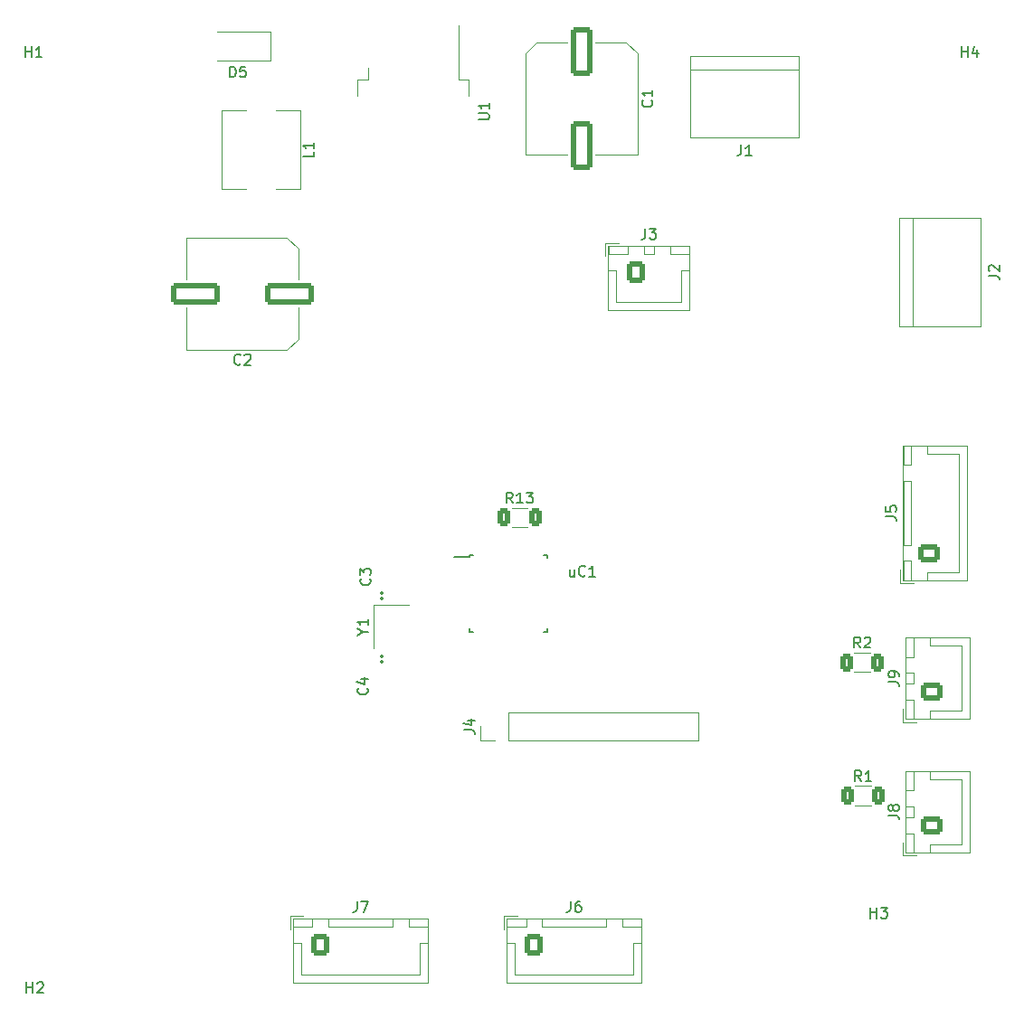
<source format=gbr>
%TF.GenerationSoftware,KiCad,Pcbnew,6.0.11-2627ca5db0~126~ubuntu22.04.1*%
%TF.CreationDate,2023-04-10T19:38:19+02:00*%
%TF.ProjectId,Slicor_carte_v_rin,536c6963-6f72-45f6-9361-7274655f76e9,rev?*%
%TF.SameCoordinates,Original*%
%TF.FileFunction,Legend,Top*%
%TF.FilePolarity,Positive*%
%FSLAX46Y46*%
G04 Gerber Fmt 4.6, Leading zero omitted, Abs format (unit mm)*
G04 Created by KiCad (PCBNEW 6.0.11-2627ca5db0~126~ubuntu22.04.1) date 2023-04-10 19:38:19*
%MOMM*%
%LPD*%
G01*
G04 APERTURE LIST*
G04 Aperture macros list*
%AMRoundRect*
0 Rectangle with rounded corners*
0 $1 Rounding radius*
0 $2 $3 $4 $5 $6 $7 $8 $9 X,Y pos of 4 corners*
0 Add a 4 corners polygon primitive as box body*
4,1,4,$2,$3,$4,$5,$6,$7,$8,$9,$2,$3,0*
0 Add four circle primitives for the rounded corners*
1,1,$1+$1,$2,$3*
1,1,$1+$1,$4,$5*
1,1,$1+$1,$6,$7*
1,1,$1+$1,$8,$9*
0 Add four rect primitives between the rounded corners*
20,1,$1+$1,$2,$3,$4,$5,0*
20,1,$1+$1,$4,$5,$6,$7,0*
20,1,$1+$1,$6,$7,$8,$9,0*
20,1,$1+$1,$8,$9,$2,$3,0*%
G04 Aperture macros list end*
%ADD10C,0.150000*%
%ADD11C,0.120000*%
%ADD12RoundRect,0.250000X-0.312500X-0.625000X0.312500X-0.625000X0.312500X0.625000X-0.312500X0.625000X0*%
%ADD13RoundRect,0.250000X0.750000X-0.600000X0.750000X0.600000X-0.750000X0.600000X-0.750000X-0.600000X0*%
%ADD14O,2.000000X1.700000*%
%ADD15R,1.200000X1.400000*%
%ADD16RoundRect,0.250000X0.725000X-0.600000X0.725000X0.600000X-0.725000X0.600000X-0.725000X-0.600000X0*%
%ADD17O,1.950000X1.700000*%
%ADD18RoundRect,0.250001X2.049999X0.799999X-2.049999X0.799999X-2.049999X-0.799999X2.049999X-0.799999X0*%
%ADD19C,0.900000*%
%ADD20C,8.000000*%
%ADD21RoundRect,0.250001X-0.799999X2.049999X-0.799999X-2.049999X0.799999X-2.049999X0.799999X2.049999X0*%
%ADD22R,1.600000X0.550000*%
%ADD23R,0.550000X1.600000*%
%ADD24R,3.000000X3.000000*%
%ADD25C,3.000000*%
%ADD26RoundRect,0.250000X-0.600000X-0.750000X0.600000X-0.750000X0.600000X0.750000X-0.600000X0.750000X0*%
%ADD27O,1.700000X2.000000*%
%ADD28RoundRect,0.250000X-0.600000X-0.725000X0.600000X-0.725000X0.600000X0.725000X-0.600000X0.725000X0*%
%ADD29O,1.700000X1.950000*%
%ADD30RoundRect,0.075000X-0.075000X0.125000X-0.075000X-0.125000X0.075000X-0.125000X0.075000X0.125000X0*%
%ADD31R,1.100000X4.600000*%
%ADD32R,10.800000X9.400000*%
%ADD33RoundRect,0.075000X0.075000X-0.125000X0.075000X0.125000X-0.075000X0.125000X-0.075000X-0.125000X0*%
%ADD34R,1.400000X2.100000*%
%ADD35R,1.700000X1.700000*%
%ADD36O,1.700000X1.700000*%
%ADD37R,2.200000X1.500000*%
G04 APERTURE END LIST*
D10*
%TO.C,R2*%
X133283333Y-111632380D02*
X132950000Y-111156190D01*
X132711904Y-111632380D02*
X132711904Y-110632380D01*
X133092857Y-110632380D01*
X133188095Y-110680000D01*
X133235714Y-110727619D01*
X133283333Y-110822857D01*
X133283333Y-110965714D01*
X133235714Y-111060952D01*
X133188095Y-111108571D01*
X133092857Y-111156190D01*
X132711904Y-111156190D01*
X133664285Y-110727619D02*
X133711904Y-110680000D01*
X133807142Y-110632380D01*
X134045238Y-110632380D01*
X134140476Y-110680000D01*
X134188095Y-110727619D01*
X134235714Y-110822857D01*
X134235714Y-110918095D01*
X134188095Y-111060952D01*
X133616666Y-111632380D01*
X134235714Y-111632380D01*
%TO.C,R1*%
X133370833Y-124132380D02*
X133037500Y-123656190D01*
X132799404Y-124132380D02*
X132799404Y-123132380D01*
X133180357Y-123132380D01*
X133275595Y-123180000D01*
X133323214Y-123227619D01*
X133370833Y-123322857D01*
X133370833Y-123465714D01*
X133323214Y-123560952D01*
X133275595Y-123608571D01*
X133180357Y-123656190D01*
X132799404Y-123656190D01*
X134323214Y-124132380D02*
X133751785Y-124132380D01*
X134037500Y-124132380D02*
X134037500Y-123132380D01*
X133942261Y-123275238D01*
X133847023Y-123370476D01*
X133751785Y-123418095D01*
%TO.C,J9*%
X135902380Y-114833333D02*
X136616666Y-114833333D01*
X136759523Y-114880952D01*
X136854761Y-114976190D01*
X136902380Y-115119047D01*
X136902380Y-115214285D01*
X136902380Y-114309523D02*
X136902380Y-114119047D01*
X136854761Y-114023809D01*
X136807142Y-113976190D01*
X136664285Y-113880952D01*
X136473809Y-113833333D01*
X136092857Y-113833333D01*
X135997619Y-113880952D01*
X135950000Y-113928571D01*
X135902380Y-114023809D01*
X135902380Y-114214285D01*
X135950000Y-114309523D01*
X135997619Y-114357142D01*
X136092857Y-114404761D01*
X136330952Y-114404761D01*
X136426190Y-114357142D01*
X136473809Y-114309523D01*
X136521428Y-114214285D01*
X136521428Y-114023809D01*
X136473809Y-113928571D01*
X136426190Y-113880952D01*
X136330952Y-113833333D01*
%TO.C,J8*%
X135902380Y-127333333D02*
X136616666Y-127333333D01*
X136759523Y-127380952D01*
X136854761Y-127476190D01*
X136902380Y-127619047D01*
X136902380Y-127714285D01*
X136330952Y-126714285D02*
X136283333Y-126809523D01*
X136235714Y-126857142D01*
X136140476Y-126904761D01*
X136092857Y-126904761D01*
X135997619Y-126857142D01*
X135950000Y-126809523D01*
X135902380Y-126714285D01*
X135902380Y-126523809D01*
X135950000Y-126428571D01*
X135997619Y-126380952D01*
X136092857Y-126333333D01*
X136140476Y-126333333D01*
X136235714Y-126380952D01*
X136283333Y-126428571D01*
X136330952Y-126523809D01*
X136330952Y-126714285D01*
X136378571Y-126809523D01*
X136426190Y-126857142D01*
X136521428Y-126904761D01*
X136711904Y-126904761D01*
X136807142Y-126857142D01*
X136854761Y-126809523D01*
X136902380Y-126714285D01*
X136902380Y-126523809D01*
X136854761Y-126428571D01*
X136807142Y-126380952D01*
X136711904Y-126333333D01*
X136521428Y-126333333D01*
X136426190Y-126380952D01*
X136378571Y-126428571D01*
X136330952Y-126523809D01*
%TO.C,Y1*%
X86726190Y-110126190D02*
X87202380Y-110126190D01*
X86202380Y-110459523D02*
X86726190Y-110126190D01*
X86202380Y-109792857D01*
X87202380Y-108935714D02*
X87202380Y-109507142D01*
X87202380Y-109221428D02*
X86202380Y-109221428D01*
X86345238Y-109316666D01*
X86440476Y-109411904D01*
X86488095Y-109507142D01*
%TO.C,J5*%
X135652380Y-99333333D02*
X136366666Y-99333333D01*
X136509523Y-99380952D01*
X136604761Y-99476190D01*
X136652380Y-99619047D01*
X136652380Y-99714285D01*
X135652380Y-98380952D02*
X135652380Y-98857142D01*
X136128571Y-98904761D01*
X136080952Y-98857142D01*
X136033333Y-98761904D01*
X136033333Y-98523809D01*
X136080952Y-98428571D01*
X136128571Y-98380952D01*
X136223809Y-98333333D01*
X136461904Y-98333333D01*
X136557142Y-98380952D01*
X136604761Y-98428571D01*
X136652380Y-98523809D01*
X136652380Y-98761904D01*
X136604761Y-98857142D01*
X136557142Y-98904761D01*
%TO.C,C2*%
X75271333Y-85043142D02*
X75223714Y-85090761D01*
X75080857Y-85138380D01*
X74985619Y-85138380D01*
X74842761Y-85090761D01*
X74747523Y-84995523D01*
X74699904Y-84900285D01*
X74652285Y-84709809D01*
X74652285Y-84566952D01*
X74699904Y-84376476D01*
X74747523Y-84281238D01*
X74842761Y-84186000D01*
X74985619Y-84138380D01*
X75080857Y-84138380D01*
X75223714Y-84186000D01*
X75271333Y-84233619D01*
X75652285Y-84233619D02*
X75699904Y-84186000D01*
X75795142Y-84138380D01*
X76033238Y-84138380D01*
X76128476Y-84186000D01*
X76176095Y-84233619D01*
X76223714Y-84328857D01*
X76223714Y-84424095D01*
X76176095Y-84566952D01*
X75604666Y-85138380D01*
X76223714Y-85138380D01*
%TO.C,H2*%
X55238095Y-143962380D02*
X55238095Y-142962380D01*
X55238095Y-143438571D02*
X55809523Y-143438571D01*
X55809523Y-143962380D02*
X55809523Y-142962380D01*
X56238095Y-143057619D02*
X56285714Y-143010000D01*
X56380952Y-142962380D01*
X56619047Y-142962380D01*
X56714285Y-143010000D01*
X56761904Y-143057619D01*
X56809523Y-143152857D01*
X56809523Y-143248095D01*
X56761904Y-143390952D01*
X56190476Y-143962380D01*
X56809523Y-143962380D01*
%TO.C,C1*%
X113745142Y-60364666D02*
X113792761Y-60412285D01*
X113840380Y-60555142D01*
X113840380Y-60650380D01*
X113792761Y-60793238D01*
X113697523Y-60888476D01*
X113602285Y-60936095D01*
X113411809Y-60983714D01*
X113268952Y-60983714D01*
X113078476Y-60936095D01*
X112983238Y-60888476D01*
X112888000Y-60793238D01*
X112840380Y-60650380D01*
X112840380Y-60555142D01*
X112888000Y-60412285D01*
X112935619Y-60364666D01*
X113840380Y-59412285D02*
X113840380Y-59983714D01*
X113840380Y-59698000D02*
X112840380Y-59698000D01*
X112983238Y-59793238D01*
X113078476Y-59888476D01*
X113126095Y-59983714D01*
%TO.C,uC1*%
X106488095Y-104285714D02*
X106488095Y-104952380D01*
X106059523Y-104285714D02*
X106059523Y-104809523D01*
X106107142Y-104904761D01*
X106202380Y-104952380D01*
X106345238Y-104952380D01*
X106440476Y-104904761D01*
X106488095Y-104857142D01*
X107535714Y-104857142D02*
X107488095Y-104904761D01*
X107345238Y-104952380D01*
X107250000Y-104952380D01*
X107107142Y-104904761D01*
X107011904Y-104809523D01*
X106964285Y-104714285D01*
X106916666Y-104523809D01*
X106916666Y-104380952D01*
X106964285Y-104190476D01*
X107011904Y-104095238D01*
X107107142Y-104000000D01*
X107250000Y-103952380D01*
X107345238Y-103952380D01*
X107488095Y-104000000D01*
X107535714Y-104047619D01*
X108488095Y-104952380D02*
X107916666Y-104952380D01*
X108202380Y-104952380D02*
X108202380Y-103952380D01*
X108107142Y-104095238D01*
X108011904Y-104190476D01*
X107916666Y-104238095D01*
%TO.C,J1*%
X122126666Y-64532380D02*
X122126666Y-65246666D01*
X122079047Y-65389523D01*
X121983809Y-65484761D01*
X121840952Y-65532380D01*
X121745714Y-65532380D01*
X123126666Y-65532380D02*
X122555238Y-65532380D01*
X122840952Y-65532380D02*
X122840952Y-64532380D01*
X122745714Y-64675238D01*
X122650476Y-64770476D01*
X122555238Y-64818095D01*
%TO.C,H4*%
X142748095Y-56332380D02*
X142748095Y-55332380D01*
X142748095Y-55808571D02*
X143319523Y-55808571D01*
X143319523Y-56332380D02*
X143319523Y-55332380D01*
X144224285Y-55665714D02*
X144224285Y-56332380D01*
X143986190Y-55284761D02*
X143748095Y-55999047D01*
X144367142Y-55999047D01*
%TO.C,J3*%
X113166666Y-72377380D02*
X113166666Y-73091666D01*
X113119047Y-73234523D01*
X113023809Y-73329761D01*
X112880952Y-73377380D01*
X112785714Y-73377380D01*
X113547619Y-72377380D02*
X114166666Y-72377380D01*
X113833333Y-72758333D01*
X113976190Y-72758333D01*
X114071428Y-72805952D01*
X114119047Y-72853571D01*
X114166666Y-72948809D01*
X114166666Y-73186904D01*
X114119047Y-73282142D01*
X114071428Y-73329761D01*
X113976190Y-73377380D01*
X113690476Y-73377380D01*
X113595238Y-73329761D01*
X113547619Y-73282142D01*
%TO.C,J7*%
X86166666Y-135377380D02*
X86166666Y-136091666D01*
X86119047Y-136234523D01*
X86023809Y-136329761D01*
X85880952Y-136377380D01*
X85785714Y-136377380D01*
X86547619Y-135377380D02*
X87214285Y-135377380D01*
X86785714Y-136377380D01*
%TO.C,C4*%
X87107142Y-115416666D02*
X87154761Y-115464285D01*
X87202380Y-115607142D01*
X87202380Y-115702380D01*
X87154761Y-115845238D01*
X87059523Y-115940476D01*
X86964285Y-115988095D01*
X86773809Y-116035714D01*
X86630952Y-116035714D01*
X86440476Y-115988095D01*
X86345238Y-115940476D01*
X86250000Y-115845238D01*
X86202380Y-115702380D01*
X86202380Y-115607142D01*
X86250000Y-115464285D01*
X86297619Y-115416666D01*
X86535714Y-114559523D02*
X87202380Y-114559523D01*
X86154761Y-114797619D02*
X86869047Y-115035714D01*
X86869047Y-114416666D01*
%TO.C,J2*%
X145282380Y-76793333D02*
X145996666Y-76793333D01*
X146139523Y-76840952D01*
X146234761Y-76936190D01*
X146282380Y-77079047D01*
X146282380Y-77174285D01*
X145377619Y-76364761D02*
X145330000Y-76317142D01*
X145282380Y-76221904D01*
X145282380Y-75983809D01*
X145330000Y-75888571D01*
X145377619Y-75840952D01*
X145472857Y-75793333D01*
X145568095Y-75793333D01*
X145710952Y-75840952D01*
X146282380Y-76412380D01*
X146282380Y-75793333D01*
%TO.C,U1*%
X97542380Y-62156904D02*
X98351904Y-62156904D01*
X98447142Y-62109285D01*
X98494761Y-62061666D01*
X98542380Y-61966428D01*
X98542380Y-61775952D01*
X98494761Y-61680714D01*
X98447142Y-61633095D01*
X98351904Y-61585476D01*
X97542380Y-61585476D01*
X98542380Y-60585476D02*
X98542380Y-61156904D01*
X98542380Y-60871190D02*
X97542380Y-60871190D01*
X97685238Y-60966428D01*
X97780476Y-61061666D01*
X97828095Y-61156904D01*
%TO.C,J6*%
X106166666Y-135377380D02*
X106166666Y-136091666D01*
X106119047Y-136234523D01*
X106023809Y-136329761D01*
X105880952Y-136377380D01*
X105785714Y-136377380D01*
X107071428Y-135377380D02*
X106880952Y-135377380D01*
X106785714Y-135425000D01*
X106738095Y-135472619D01*
X106642857Y-135615476D01*
X106595238Y-135805952D01*
X106595238Y-136186904D01*
X106642857Y-136282142D01*
X106690476Y-136329761D01*
X106785714Y-136377380D01*
X106976190Y-136377380D01*
X107071428Y-136329761D01*
X107119047Y-136282142D01*
X107166666Y-136186904D01*
X107166666Y-135948809D01*
X107119047Y-135853571D01*
X107071428Y-135805952D01*
X106976190Y-135758333D01*
X106785714Y-135758333D01*
X106690476Y-135805952D01*
X106642857Y-135853571D01*
X106595238Y-135948809D01*
%TO.C,R13*%
X100754642Y-98074380D02*
X100421309Y-97598190D01*
X100183214Y-98074380D02*
X100183214Y-97074380D01*
X100564166Y-97074380D01*
X100659404Y-97122000D01*
X100707023Y-97169619D01*
X100754642Y-97264857D01*
X100754642Y-97407714D01*
X100707023Y-97502952D01*
X100659404Y-97550571D01*
X100564166Y-97598190D01*
X100183214Y-97598190D01*
X101707023Y-98074380D02*
X101135595Y-98074380D01*
X101421309Y-98074380D02*
X101421309Y-97074380D01*
X101326071Y-97217238D01*
X101230833Y-97312476D01*
X101135595Y-97360095D01*
X102040357Y-97074380D02*
X102659404Y-97074380D01*
X102326071Y-97455333D01*
X102468928Y-97455333D01*
X102564166Y-97502952D01*
X102611785Y-97550571D01*
X102659404Y-97645809D01*
X102659404Y-97883904D01*
X102611785Y-97979142D01*
X102564166Y-98026761D01*
X102468928Y-98074380D01*
X102183214Y-98074380D01*
X102087976Y-98026761D01*
X102040357Y-97979142D01*
%TO.C,H1*%
X55118095Y-56332380D02*
X55118095Y-55332380D01*
X55118095Y-55808571D02*
X55689523Y-55808571D01*
X55689523Y-56332380D02*
X55689523Y-55332380D01*
X56689523Y-56332380D02*
X56118095Y-56332380D01*
X56403809Y-56332380D02*
X56403809Y-55332380D01*
X56308571Y-55475238D01*
X56213333Y-55570476D01*
X56118095Y-55618095D01*
%TO.C,C3*%
X87357142Y-105166666D02*
X87404761Y-105214285D01*
X87452380Y-105357142D01*
X87452380Y-105452380D01*
X87404761Y-105595238D01*
X87309523Y-105690476D01*
X87214285Y-105738095D01*
X87023809Y-105785714D01*
X86880952Y-105785714D01*
X86690476Y-105738095D01*
X86595238Y-105690476D01*
X86500000Y-105595238D01*
X86452380Y-105452380D01*
X86452380Y-105357142D01*
X86500000Y-105214285D01*
X86547619Y-105166666D01*
X86452380Y-104833333D02*
X86452380Y-104214285D01*
X86833333Y-104547619D01*
X86833333Y-104404761D01*
X86880952Y-104309523D01*
X86928571Y-104261904D01*
X87023809Y-104214285D01*
X87261904Y-104214285D01*
X87357142Y-104261904D01*
X87404761Y-104309523D01*
X87452380Y-104404761D01*
X87452380Y-104690476D01*
X87404761Y-104785714D01*
X87357142Y-104833333D01*
%TO.C,D5*%
X74261904Y-58202380D02*
X74261904Y-57202380D01*
X74500000Y-57202380D01*
X74642857Y-57250000D01*
X74738095Y-57345238D01*
X74785714Y-57440476D01*
X74833333Y-57630952D01*
X74833333Y-57773809D01*
X74785714Y-57964285D01*
X74738095Y-58059523D01*
X74642857Y-58154761D01*
X74500000Y-58202380D01*
X74261904Y-58202380D01*
X75738095Y-57202380D02*
X75261904Y-57202380D01*
X75214285Y-57678571D01*
X75261904Y-57630952D01*
X75357142Y-57583333D01*
X75595238Y-57583333D01*
X75690476Y-57630952D01*
X75738095Y-57678571D01*
X75785714Y-57773809D01*
X75785714Y-58011904D01*
X75738095Y-58107142D01*
X75690476Y-58154761D01*
X75595238Y-58202380D01*
X75357142Y-58202380D01*
X75261904Y-58154761D01*
X75214285Y-58107142D01*
%TO.C,J4*%
X96172380Y-119333333D02*
X96886666Y-119333333D01*
X97029523Y-119380952D01*
X97124761Y-119476190D01*
X97172380Y-119619047D01*
X97172380Y-119714285D01*
X96505714Y-118428571D02*
X97172380Y-118428571D01*
X96124761Y-118666666D02*
X96839047Y-118904761D01*
X96839047Y-118285714D01*
%TO.C,H3*%
X134238095Y-136952380D02*
X134238095Y-135952380D01*
X134238095Y-136428571D02*
X134809523Y-136428571D01*
X134809523Y-136952380D02*
X134809523Y-135952380D01*
X135190476Y-135952380D02*
X135809523Y-135952380D01*
X135476190Y-136333333D01*
X135619047Y-136333333D01*
X135714285Y-136380952D01*
X135761904Y-136428571D01*
X135809523Y-136523809D01*
X135809523Y-136761904D01*
X135761904Y-136857142D01*
X135714285Y-136904761D01*
X135619047Y-136952380D01*
X135333333Y-136952380D01*
X135238095Y-136904761D01*
X135190476Y-136857142D01*
%TO.C,L1*%
X82102380Y-65166666D02*
X82102380Y-65642857D01*
X81102380Y-65642857D01*
X82102380Y-64309523D02*
X82102380Y-64880952D01*
X82102380Y-64595238D02*
X81102380Y-64595238D01*
X81245238Y-64690476D01*
X81340476Y-64785714D01*
X81388095Y-64880952D01*
D11*
%TO.C,R2*%
X132722936Y-113910000D02*
X134177064Y-113910000D01*
X132722936Y-112090000D02*
X134177064Y-112090000D01*
%TO.C,R1*%
X132810436Y-126410000D02*
X134264564Y-126410000D01*
X132810436Y-124590000D02*
X134264564Y-124590000D01*
%TO.C,J9*%
X139800000Y-110700000D02*
X139800000Y-111450000D01*
X139800000Y-111450000D02*
X142750000Y-111450000D01*
X142750000Y-111450000D02*
X142750000Y-114500000D01*
X139800000Y-117550000D02*
X142750000Y-117550000D01*
X137550000Y-114000000D02*
X137550000Y-115000000D01*
X137550000Y-115000000D02*
X138300000Y-115000000D01*
X138300000Y-115000000D02*
X138300000Y-114000000D01*
X138300000Y-112500000D02*
X138300000Y-110700000D01*
X137550000Y-110700000D02*
X137550000Y-112500000D01*
X137250000Y-118600000D02*
X138500000Y-118600000D01*
X137540000Y-118310000D02*
X143510000Y-118310000D01*
X137550000Y-118300000D02*
X138300000Y-118300000D01*
X143510000Y-118310000D02*
X143510000Y-110690000D01*
X138300000Y-114000000D02*
X137550000Y-114000000D01*
X139800000Y-118300000D02*
X139800000Y-117550000D01*
X138300000Y-118300000D02*
X138300000Y-116500000D01*
X137250000Y-117350000D02*
X137250000Y-118600000D01*
X138300000Y-110700000D02*
X137550000Y-110700000D01*
X137550000Y-116500000D02*
X137550000Y-118300000D01*
X137540000Y-110690000D02*
X137540000Y-118310000D01*
X142750000Y-117550000D02*
X142750000Y-114500000D01*
X137550000Y-112500000D02*
X138300000Y-112500000D01*
X143510000Y-110690000D02*
X137540000Y-110690000D01*
X138300000Y-116500000D02*
X137550000Y-116500000D01*
%TO.C,J8*%
X139800000Y-123200000D02*
X139800000Y-123950000D01*
X139800000Y-123950000D02*
X142750000Y-123950000D01*
X142750000Y-123950000D02*
X142750000Y-127000000D01*
X139800000Y-130050000D02*
X142750000Y-130050000D01*
X137550000Y-126500000D02*
X137550000Y-127500000D01*
X137550000Y-127500000D02*
X138300000Y-127500000D01*
X138300000Y-127500000D02*
X138300000Y-126500000D01*
X138300000Y-125000000D02*
X138300000Y-123200000D01*
X137550000Y-123200000D02*
X137550000Y-125000000D01*
X137250000Y-131100000D02*
X138500000Y-131100000D01*
X137540000Y-130810000D02*
X143510000Y-130810000D01*
X137550000Y-130800000D02*
X138300000Y-130800000D01*
X143510000Y-130810000D02*
X143510000Y-123190000D01*
X138300000Y-126500000D02*
X137550000Y-126500000D01*
X139800000Y-130800000D02*
X139800000Y-130050000D01*
X138300000Y-130800000D02*
X138300000Y-129000000D01*
X137250000Y-129850000D02*
X137250000Y-131100000D01*
X138300000Y-123200000D02*
X137550000Y-123200000D01*
X137550000Y-129000000D02*
X137550000Y-130800000D01*
X137540000Y-123190000D02*
X137540000Y-130810000D01*
X142750000Y-130050000D02*
X142750000Y-127000000D01*
X137550000Y-125000000D02*
X138300000Y-125000000D01*
X143510000Y-123190000D02*
X137540000Y-123190000D01*
X138300000Y-129000000D02*
X137550000Y-129000000D01*
%TO.C,Y1*%
X87750000Y-107650000D02*
X87750000Y-111650000D01*
X91050000Y-107650000D02*
X87750000Y-107650000D01*
%TO.C,J5*%
X143260000Y-92690000D02*
X137290000Y-92690000D01*
X139550000Y-92700000D02*
X139550000Y-93450000D01*
X138050000Y-94500000D02*
X138050000Y-92700000D01*
X142500000Y-93450000D02*
X142500000Y-99000000D01*
X138050000Y-92700000D02*
X137300000Y-92700000D01*
X138050000Y-105300000D02*
X138050000Y-103500000D01*
X139550000Y-105300000D02*
X139550000Y-104550000D01*
X137300000Y-96000000D02*
X137300000Y-102000000D01*
X137000000Y-105600000D02*
X138250000Y-105600000D01*
X137300000Y-105300000D02*
X138050000Y-105300000D01*
X137290000Y-105310000D02*
X143260000Y-105310000D01*
X142500000Y-104550000D02*
X142500000Y-99000000D01*
X138050000Y-103500000D02*
X137300000Y-103500000D01*
X138050000Y-102000000D02*
X138050000Y-96000000D01*
X139550000Y-93450000D02*
X142500000Y-93450000D01*
X137300000Y-102000000D02*
X138050000Y-102000000D01*
X137300000Y-94500000D02*
X138050000Y-94500000D01*
X137300000Y-92700000D02*
X137300000Y-94500000D01*
X139550000Y-104550000D02*
X142500000Y-104550000D01*
X137300000Y-103500000D02*
X137300000Y-105300000D01*
X143260000Y-105310000D02*
X143260000Y-92690000D01*
X137290000Y-92690000D02*
X137290000Y-105310000D01*
X138050000Y-96000000D02*
X137300000Y-96000000D01*
X137000000Y-104350000D02*
X137000000Y-105600000D01*
%TO.C,C2*%
X79633563Y-83746000D02*
X70178000Y-83746000D01*
X79633563Y-73226000D02*
X70178000Y-73226000D01*
X70178000Y-73226000D02*
X70178000Y-77176000D01*
X80698000Y-82681563D02*
X79633563Y-83746000D01*
X80698000Y-74290437D02*
X79633563Y-73226000D01*
X80698000Y-74290437D02*
X80698000Y-77176000D01*
X80698000Y-82681563D02*
X80698000Y-79796000D01*
X70178000Y-83746000D02*
X70178000Y-79796000D01*
%TO.C,C1*%
X102992437Y-54938000D02*
X105878000Y-54938000D01*
X101928000Y-56002437D02*
X101928000Y-65458000D01*
X111383563Y-54938000D02*
X112448000Y-56002437D01*
X102992437Y-54938000D02*
X101928000Y-56002437D01*
X111383563Y-54938000D02*
X108498000Y-54938000D01*
X101928000Y-65458000D02*
X105878000Y-65458000D01*
X112448000Y-65458000D02*
X108498000Y-65458000D01*
X112448000Y-56002437D02*
X112448000Y-65458000D01*
D10*
%TO.C,uC1*%
X96695000Y-110179000D02*
X96695000Y-109854000D01*
X96695000Y-103154000D02*
X95270000Y-103154000D01*
X103945000Y-102929000D02*
X103945000Y-103254000D01*
X103945000Y-110179000D02*
X103945000Y-109854000D01*
X103945000Y-102929000D02*
X103620000Y-102929000D01*
X103945000Y-110179000D02*
X103620000Y-110179000D01*
X96695000Y-110179000D02*
X97020000Y-110179000D01*
X96695000Y-102929000D02*
X97020000Y-102929000D01*
X96695000Y-102929000D02*
X96695000Y-103154000D01*
D11*
%TO.C,J1*%
X117380000Y-63810000D02*
X127540000Y-63810000D01*
X127540000Y-56190000D02*
X117380000Y-56190000D01*
X117380000Y-56190000D02*
X117380000Y-63810000D01*
X117380000Y-57460000D02*
X127540000Y-57460000D01*
X127540000Y-63810000D02*
X127540000Y-56190000D01*
%TO.C,J3*%
X113000000Y-74775000D02*
X114000000Y-74775000D01*
X116550000Y-76275000D02*
X116550000Y-79225000D01*
X109700000Y-74025000D02*
X109700000Y-74775000D01*
X116550000Y-79225000D02*
X113500000Y-79225000D01*
X117310000Y-74015000D02*
X109690000Y-74015000D01*
X109700000Y-74775000D02*
X111500000Y-74775000D01*
X115500000Y-74025000D02*
X115500000Y-74775000D01*
X110450000Y-79225000D02*
X113500000Y-79225000D01*
X114000000Y-74025000D02*
X113000000Y-74025000D01*
X109700000Y-76275000D02*
X110450000Y-76275000D01*
X117300000Y-74025000D02*
X115500000Y-74025000D01*
X117300000Y-76275000D02*
X116550000Y-76275000D01*
X109690000Y-74015000D02*
X109690000Y-79985000D01*
X111500000Y-74775000D02*
X111500000Y-74025000D01*
X113000000Y-74025000D02*
X113000000Y-74775000D01*
X110650000Y-73725000D02*
X109400000Y-73725000D01*
X110450000Y-76275000D02*
X110450000Y-79225000D01*
X117300000Y-74775000D02*
X117300000Y-74025000D01*
X109400000Y-73725000D02*
X109400000Y-74975000D01*
X117310000Y-79985000D02*
X117310000Y-74015000D01*
X109690000Y-79985000D02*
X117310000Y-79985000D01*
X115500000Y-74775000D02*
X117300000Y-74775000D01*
X114000000Y-74775000D02*
X114000000Y-74025000D01*
X111500000Y-74025000D02*
X109700000Y-74025000D01*
%TO.C,J7*%
X80200000Y-139275000D02*
X80950000Y-139275000D01*
X80190000Y-137015000D02*
X80190000Y-142985000D01*
X82000000Y-137775000D02*
X82000000Y-137025000D01*
X89500000Y-137025000D02*
X83500000Y-137025000D01*
X92050000Y-142225000D02*
X86500000Y-142225000D01*
X82000000Y-137025000D02*
X80200000Y-137025000D01*
X92800000Y-137025000D02*
X91000000Y-137025000D01*
X80950000Y-142225000D02*
X86500000Y-142225000D01*
X92810000Y-142985000D02*
X92810000Y-137015000D01*
X91000000Y-137775000D02*
X92800000Y-137775000D01*
X80190000Y-142985000D02*
X92810000Y-142985000D01*
X92800000Y-139275000D02*
X92050000Y-139275000D01*
X92050000Y-139275000D02*
X92050000Y-142225000D01*
X80200000Y-137025000D02*
X80200000Y-137775000D01*
X80200000Y-137775000D02*
X82000000Y-137775000D01*
X83500000Y-137025000D02*
X83500000Y-137775000D01*
X92800000Y-137775000D02*
X92800000Y-137025000D01*
X92810000Y-137015000D02*
X80190000Y-137015000D01*
X83500000Y-137775000D02*
X89500000Y-137775000D01*
X91000000Y-137025000D02*
X91000000Y-137775000D01*
X81150000Y-136725000D02*
X79900000Y-136725000D01*
X89500000Y-137775000D02*
X89500000Y-137025000D01*
X80950000Y-139275000D02*
X80950000Y-142225000D01*
X79900000Y-136725000D02*
X79900000Y-137975000D01*
%TO.C,J2*%
X144560000Y-71380000D02*
X136940000Y-71380000D01*
X144560000Y-81540000D02*
X144560000Y-71380000D01*
X138210000Y-81540000D02*
X138210000Y-71380000D01*
X136940000Y-81540000D02*
X144560000Y-81540000D01*
X136940000Y-71380000D02*
X136940000Y-81540000D01*
%TO.C,U1*%
X87190000Y-58445000D02*
X87190000Y-57345000D01*
X96640000Y-58445000D02*
X95690000Y-58445000D01*
X96640000Y-59945000D02*
X96640000Y-58445000D01*
X95690000Y-58445000D02*
X95690000Y-53320000D01*
X86240000Y-58445000D02*
X87190000Y-58445000D01*
X86240000Y-59945000D02*
X86240000Y-58445000D01*
%TO.C,J6*%
X100190000Y-137015000D02*
X100190000Y-142985000D01*
X100950000Y-142225000D02*
X106500000Y-142225000D01*
X112800000Y-137775000D02*
X112800000Y-137025000D01*
X100950000Y-139275000D02*
X100950000Y-142225000D01*
X100190000Y-142985000D02*
X112810000Y-142985000D01*
X100200000Y-137775000D02*
X102000000Y-137775000D01*
X102000000Y-137025000D02*
X100200000Y-137025000D01*
X112050000Y-142225000D02*
X106500000Y-142225000D01*
X100200000Y-139275000D02*
X100950000Y-139275000D01*
X103500000Y-137025000D02*
X103500000Y-137775000D01*
X103500000Y-137775000D02*
X109500000Y-137775000D01*
X111000000Y-137025000D02*
X111000000Y-137775000D01*
X109500000Y-137025000D02*
X103500000Y-137025000D01*
X101150000Y-136725000D02*
X99900000Y-136725000D01*
X109500000Y-137775000D02*
X109500000Y-137025000D01*
X100200000Y-137025000D02*
X100200000Y-137775000D01*
X112810000Y-142985000D02*
X112810000Y-137015000D01*
X99900000Y-136725000D02*
X99900000Y-137975000D01*
X112800000Y-137025000D02*
X111000000Y-137025000D01*
X111000000Y-137775000D02*
X112800000Y-137775000D01*
X112050000Y-139275000D02*
X112050000Y-142225000D01*
X102000000Y-137775000D02*
X102000000Y-137025000D01*
X112800000Y-139275000D02*
X112050000Y-139275000D01*
X112810000Y-137015000D02*
X100190000Y-137015000D01*
%TO.C,R13*%
X100670436Y-98532000D02*
X102124564Y-98532000D01*
X100670436Y-100352000D02*
X102124564Y-100352000D01*
%TO.C,D5*%
X78080000Y-56680000D02*
X73100000Y-56680000D01*
X78080000Y-56680000D02*
X78080000Y-53960000D01*
X78080000Y-53960000D02*
X73100000Y-53960000D01*
%TO.C,J4*%
X100320000Y-117670000D02*
X118160000Y-117670000D01*
X100320000Y-120330000D02*
X100320000Y-117670000D01*
X99050000Y-120330000D02*
X97720000Y-120330000D01*
X100320000Y-120330000D02*
X118160000Y-120330000D01*
X97720000Y-120330000D02*
X97720000Y-119000000D01*
X118160000Y-120330000D02*
X118160000Y-117670000D01*
%TO.C,L1*%
X80900000Y-61300000D02*
X80900000Y-68700000D01*
X80900000Y-68700000D02*
X78600000Y-68700000D01*
X73500000Y-68700000D02*
X73500000Y-61300000D01*
X73500000Y-61300000D02*
X75800000Y-61300000D01*
X75800000Y-68700000D02*
X73500000Y-68700000D01*
X78600000Y-61300000D02*
X80900000Y-61300000D01*
%TD*%
%LPC*%
D12*
%TO.C,R2*%
X131987500Y-113000000D03*
X134912500Y-113000000D03*
%TD*%
%TO.C,R1*%
X132075000Y-125500000D03*
X135000000Y-125500000D03*
%TD*%
D13*
%TO.C,J9*%
X140000000Y-115750000D03*
D14*
X140000000Y-113250000D03*
%TD*%
D13*
%TO.C,J8*%
X140000000Y-128250000D03*
D14*
X140000000Y-125750000D03*
%TD*%
D15*
%TO.C,Y1*%
X90250000Y-108550000D03*
X90250000Y-110750000D03*
X88550000Y-110750000D03*
X88550000Y-108550000D03*
%TD*%
D16*
%TO.C,J5*%
X139750000Y-102750000D03*
D17*
X139750000Y-100250000D03*
X139750000Y-97750000D03*
X139750000Y-95250000D03*
%TD*%
D18*
%TO.C,C2*%
X79838000Y-78486000D03*
X71038000Y-78486000D03*
%TD*%
D19*
%TO.C,H2*%
X57878680Y-142121320D03*
X62121320Y-137878680D03*
X63000000Y-140000000D03*
X60000000Y-137000000D03*
X57000000Y-140000000D03*
X62121320Y-142121320D03*
X60000000Y-143000000D03*
X57878680Y-137878680D03*
D20*
X60000000Y-140000000D03*
%TD*%
D21*
%TO.C,C1*%
X107188000Y-55798000D03*
X107188000Y-64598000D03*
%TD*%
D22*
%TO.C,uC1*%
X96070000Y-103754000D03*
X96070000Y-104554000D03*
X96070000Y-105354000D03*
X96070000Y-106154000D03*
X96070000Y-106954000D03*
X96070000Y-107754000D03*
X96070000Y-108554000D03*
X96070000Y-109354000D03*
D23*
X97520000Y-110804000D03*
X98320000Y-110804000D03*
X99120000Y-110804000D03*
X99920000Y-110804000D03*
X100720000Y-110804000D03*
X101520000Y-110804000D03*
X102320000Y-110804000D03*
X103120000Y-110804000D03*
D22*
X104570000Y-109354000D03*
X104570000Y-108554000D03*
X104570000Y-107754000D03*
X104570000Y-106954000D03*
X104570000Y-106154000D03*
X104570000Y-105354000D03*
X104570000Y-104554000D03*
X104570000Y-103754000D03*
D23*
X103120000Y-102304000D03*
X102320000Y-102304000D03*
X101520000Y-102304000D03*
X100720000Y-102304000D03*
X99920000Y-102304000D03*
X99120000Y-102304000D03*
X98320000Y-102304000D03*
X97520000Y-102304000D03*
%TD*%
D24*
%TO.C,J1*%
X125000000Y-60000000D03*
D25*
X119920000Y-60000000D03*
%TD*%
D19*
%TO.C,H4*%
X142121320Y-62121320D03*
X143000000Y-60000000D03*
X137878680Y-62121320D03*
D20*
X140000000Y-60000000D03*
D19*
X140000000Y-63000000D03*
X140000000Y-57000000D03*
X142121320Y-57878680D03*
X137000000Y-60000000D03*
X137878680Y-57878680D03*
%TD*%
D26*
%TO.C,J3*%
X112250000Y-76475000D03*
D27*
X114750000Y-76475000D03*
%TD*%
D28*
%TO.C,J7*%
X82750000Y-139475000D03*
D29*
X85250000Y-139475000D03*
X87750000Y-139475000D03*
X90250000Y-139475000D03*
%TD*%
D30*
%TO.C,C4*%
X88500000Y-112925000D03*
X88500000Y-112425000D03*
%TD*%
D24*
%TO.C,J2*%
X140750000Y-73920000D03*
D25*
X140750000Y-79000000D03*
%TD*%
D31*
%TO.C,U1*%
X94840000Y-55620000D03*
X93140000Y-55620000D03*
D32*
X91440000Y-64770000D03*
D31*
X91440000Y-55620000D03*
X89740000Y-55620000D03*
X88040000Y-55620000D03*
%TD*%
D28*
%TO.C,J6*%
X102750000Y-139475000D03*
D29*
X105250000Y-139475000D03*
X107750000Y-139475000D03*
X110250000Y-139475000D03*
%TD*%
D12*
%TO.C,R13*%
X99935000Y-99442000D03*
X102860000Y-99442000D03*
%TD*%
D19*
%TO.C,H1*%
X57878680Y-57878680D03*
X62121320Y-57878680D03*
X62121320Y-62121320D03*
X60000000Y-63000000D03*
X63000000Y-60000000D03*
X57000000Y-60000000D03*
X60000000Y-57000000D03*
D20*
X60000000Y-60000000D03*
D19*
X57878680Y-62121320D03*
%TD*%
D33*
%TO.C,C3*%
X88500000Y-106500000D03*
X88500000Y-107000000D03*
%TD*%
D34*
%TO.C,D5*%
X77200000Y-55320000D03*
X72800000Y-55320000D03*
%TD*%
D35*
%TO.C,J4*%
X99050000Y-119000000D03*
D36*
X101590000Y-119000000D03*
X104130000Y-119000000D03*
X106670000Y-119000000D03*
X109210000Y-119000000D03*
X111750000Y-119000000D03*
X114290000Y-119000000D03*
X116830000Y-119000000D03*
%TD*%
D19*
%TO.C,H3*%
X137000000Y-140000000D03*
X142121320Y-142121320D03*
X137878680Y-137878680D03*
X140000000Y-137000000D03*
D20*
X140000000Y-140000000D03*
D19*
X142121320Y-137878680D03*
X137878680Y-142121320D03*
X143000000Y-140000000D03*
X140000000Y-143000000D03*
%TD*%
D37*
%TO.C,L1*%
X77200000Y-61800000D03*
X77200000Y-68200000D03*
%TD*%
M02*

</source>
